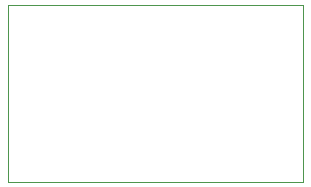
<source format=gko>
G04 #@! TF.GenerationSoftware,KiCad,Pcbnew,5.1.5*
G04 #@! TF.CreationDate,2020-02-24T19:09:01+03:00*
G04 #@! TF.ProjectId,mod-lqfp64,6d6f642d-6c71-4667-9036-342e6b696361,rev?*
G04 #@! TF.SameCoordinates,PX1e84800PY280de80*
G04 #@! TF.FileFunction,Profile,NP*
%FSLAX46Y46*%
G04 Gerber Fmt 4.6, Leading zero omitted, Abs format (unit mm)*
G04 Created by KiCad (PCBNEW 5.1.5) date 2020-02-24 19:09:01*
%MOMM*%
%LPD*%
G04 APERTURE LIST*
%ADD10C,0.100000*%
G04 APERTURE END LIST*
D10*
X0Y0D02*
X0Y-15000000D01*
X0Y0D02*
X25000000Y0D01*
X25000000Y-15000000D02*
X25000000Y0D01*
X0Y-15000000D02*
X25000000Y-15000000D01*
M02*

</source>
